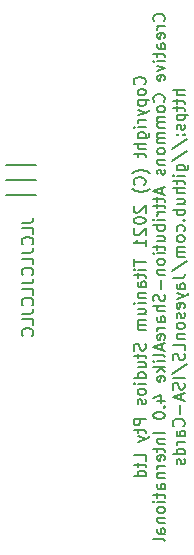
<source format=gbo>
%TF.GenerationSoftware,KiCad,Pcbnew,(5.1.9)-1*%
%TF.CreationDate,2021-08-19T10:25:23+08:00*%
%TF.ProjectId,EX-HX-Combo-Backplate,45582d48-582d-4436-9f6d-626f2d426163,rev?*%
%TF.SameCoordinates,Original*%
%TF.FileFunction,Legend,Bot*%
%TF.FilePolarity,Positive*%
%FSLAX46Y46*%
G04 Gerber Fmt 4.6, Leading zero omitted, Abs format (unit mm)*
G04 Created by KiCad (PCBNEW (5.1.9)-1) date 2021-08-19 10:25:23*
%MOMM*%
%LPD*%
G01*
G04 APERTURE LIST*
%ADD10C,0.150000*%
G04 APERTURE END LIST*
D10*
X254087380Y-72215952D02*
X254801666Y-72215952D01*
X254944523Y-72168333D01*
X255039761Y-72073095D01*
X255087380Y-71930238D01*
X255087380Y-71835000D01*
X255087380Y-73168333D02*
X255087380Y-72692142D01*
X254087380Y-72692142D01*
X254992142Y-74073095D02*
X255039761Y-74025476D01*
X255087380Y-73882619D01*
X255087380Y-73787380D01*
X255039761Y-73644523D01*
X254944523Y-73549285D01*
X254849285Y-73501666D01*
X254658809Y-73454047D01*
X254515952Y-73454047D01*
X254325476Y-73501666D01*
X254230238Y-73549285D01*
X254135000Y-73644523D01*
X254087380Y-73787380D01*
X254087380Y-73882619D01*
X254135000Y-74025476D01*
X254182619Y-74073095D01*
X254087380Y-74787380D02*
X254801666Y-74787380D01*
X254944523Y-74739761D01*
X255039761Y-74644523D01*
X255087380Y-74501666D01*
X255087380Y-74406428D01*
X255087380Y-75739761D02*
X255087380Y-75263571D01*
X254087380Y-75263571D01*
X254992142Y-76644523D02*
X255039761Y-76596904D01*
X255087380Y-76454047D01*
X255087380Y-76358809D01*
X255039761Y-76215952D01*
X254944523Y-76120714D01*
X254849285Y-76073095D01*
X254658809Y-76025476D01*
X254515952Y-76025476D01*
X254325476Y-76073095D01*
X254230238Y-76120714D01*
X254135000Y-76215952D01*
X254087380Y-76358809D01*
X254087380Y-76454047D01*
X254135000Y-76596904D01*
X254182619Y-76644523D01*
X254087380Y-77358809D02*
X254801666Y-77358809D01*
X254944523Y-77311190D01*
X255039761Y-77215952D01*
X255087380Y-77073095D01*
X255087380Y-76977857D01*
X255087380Y-78311190D02*
X255087380Y-77835000D01*
X254087380Y-77835000D01*
X254992142Y-79215952D02*
X255039761Y-79168333D01*
X255087380Y-79025476D01*
X255087380Y-78930238D01*
X255039761Y-78787380D01*
X254944523Y-78692142D01*
X254849285Y-78644523D01*
X254658809Y-78596904D01*
X254515952Y-78596904D01*
X254325476Y-78644523D01*
X254230238Y-78692142D01*
X254135000Y-78787380D01*
X254087380Y-78930238D01*
X254087380Y-79025476D01*
X254135000Y-79168333D01*
X254182619Y-79215952D01*
X254087380Y-79930238D02*
X254801666Y-79930238D01*
X254944523Y-79882619D01*
X255039761Y-79787380D01*
X255087380Y-79644523D01*
X255087380Y-79549285D01*
X255087380Y-80882619D02*
X255087380Y-80406428D01*
X254087380Y-80406428D01*
X254992142Y-81787380D02*
X255039761Y-81739761D01*
X255087380Y-81596904D01*
X255087380Y-81501666D01*
X255039761Y-81358809D01*
X254944523Y-81263571D01*
X254849285Y-81215952D01*
X254658809Y-81168333D01*
X254515952Y-81168333D01*
X254325476Y-81215952D01*
X254230238Y-81263571D01*
X254135000Y-81358809D01*
X254087380Y-81501666D01*
X254087380Y-81596904D01*
X254135000Y-81739761D01*
X254182619Y-81787380D01*
X264492142Y-60525476D02*
X264539761Y-60477857D01*
X264587380Y-60335000D01*
X264587380Y-60239761D01*
X264539761Y-60096904D01*
X264444523Y-60001666D01*
X264349285Y-59954047D01*
X264158809Y-59906428D01*
X264015952Y-59906428D01*
X263825476Y-59954047D01*
X263730238Y-60001666D01*
X263635000Y-60096904D01*
X263587380Y-60239761D01*
X263587380Y-60335000D01*
X263635000Y-60477857D01*
X263682619Y-60525476D01*
X264587380Y-61096904D02*
X264539761Y-61001666D01*
X264492142Y-60954047D01*
X264396904Y-60906428D01*
X264111190Y-60906428D01*
X264015952Y-60954047D01*
X263968333Y-61001666D01*
X263920714Y-61096904D01*
X263920714Y-61239761D01*
X263968333Y-61335000D01*
X264015952Y-61382619D01*
X264111190Y-61430238D01*
X264396904Y-61430238D01*
X264492142Y-61382619D01*
X264539761Y-61335000D01*
X264587380Y-61239761D01*
X264587380Y-61096904D01*
X263920714Y-61858809D02*
X264920714Y-61858809D01*
X263968333Y-61858809D02*
X263920714Y-61954047D01*
X263920714Y-62144523D01*
X263968333Y-62239761D01*
X264015952Y-62287380D01*
X264111190Y-62335000D01*
X264396904Y-62335000D01*
X264492142Y-62287380D01*
X264539761Y-62239761D01*
X264587380Y-62144523D01*
X264587380Y-61954047D01*
X264539761Y-61858809D01*
X263920714Y-62668333D02*
X264587380Y-62906428D01*
X263920714Y-63144523D02*
X264587380Y-62906428D01*
X264825476Y-62811190D01*
X264873095Y-62763571D01*
X264920714Y-62668333D01*
X264587380Y-63525476D02*
X263920714Y-63525476D01*
X264111190Y-63525476D02*
X264015952Y-63573095D01*
X263968333Y-63620714D01*
X263920714Y-63715952D01*
X263920714Y-63811190D01*
X264587380Y-64144523D02*
X263920714Y-64144523D01*
X263587380Y-64144523D02*
X263635000Y-64096904D01*
X263682619Y-64144523D01*
X263635000Y-64192142D01*
X263587380Y-64144523D01*
X263682619Y-64144523D01*
X263920714Y-65049285D02*
X264730238Y-65049285D01*
X264825476Y-65001666D01*
X264873095Y-64954047D01*
X264920714Y-64858809D01*
X264920714Y-64715952D01*
X264873095Y-64620714D01*
X264539761Y-65049285D02*
X264587380Y-64954047D01*
X264587380Y-64763571D01*
X264539761Y-64668333D01*
X264492142Y-64620714D01*
X264396904Y-64573095D01*
X264111190Y-64573095D01*
X264015952Y-64620714D01*
X263968333Y-64668333D01*
X263920714Y-64763571D01*
X263920714Y-64954047D01*
X263968333Y-65049285D01*
X264587380Y-65525476D02*
X263587380Y-65525476D01*
X264587380Y-65954047D02*
X264063571Y-65954047D01*
X263968333Y-65906428D01*
X263920714Y-65811190D01*
X263920714Y-65668333D01*
X263968333Y-65573095D01*
X264015952Y-65525476D01*
X263920714Y-66287380D02*
X263920714Y-66668333D01*
X263587380Y-66430238D02*
X264444523Y-66430238D01*
X264539761Y-66477857D01*
X264587380Y-66573095D01*
X264587380Y-66668333D01*
X264968333Y-68049285D02*
X264920714Y-68001666D01*
X264777857Y-67906428D01*
X264682619Y-67858809D01*
X264539761Y-67811190D01*
X264301666Y-67763571D01*
X264111190Y-67763571D01*
X263873095Y-67811190D01*
X263730238Y-67858809D01*
X263635000Y-67906428D01*
X263492142Y-68001666D01*
X263444523Y-68049285D01*
X264492142Y-69001666D02*
X264539761Y-68954047D01*
X264587380Y-68811190D01*
X264587380Y-68715952D01*
X264539761Y-68573095D01*
X264444523Y-68477857D01*
X264349285Y-68430238D01*
X264158809Y-68382619D01*
X264015952Y-68382619D01*
X263825476Y-68430238D01*
X263730238Y-68477857D01*
X263635000Y-68573095D01*
X263587380Y-68715952D01*
X263587380Y-68811190D01*
X263635000Y-68954047D01*
X263682619Y-69001666D01*
X264968333Y-69335000D02*
X264920714Y-69382619D01*
X264777857Y-69477857D01*
X264682619Y-69525476D01*
X264539761Y-69573095D01*
X264301666Y-69620714D01*
X264111190Y-69620714D01*
X263873095Y-69573095D01*
X263730238Y-69525476D01*
X263635000Y-69477857D01*
X263492142Y-69382619D01*
X263444523Y-69335000D01*
X263682619Y-70811190D02*
X263635000Y-70858809D01*
X263587380Y-70954047D01*
X263587380Y-71192142D01*
X263635000Y-71287380D01*
X263682619Y-71335000D01*
X263777857Y-71382619D01*
X263873095Y-71382619D01*
X264015952Y-71335000D01*
X264587380Y-70763571D01*
X264587380Y-71382619D01*
X263587380Y-72001666D02*
X263587380Y-72096904D01*
X263635000Y-72192142D01*
X263682619Y-72239761D01*
X263777857Y-72287380D01*
X263968333Y-72335000D01*
X264206428Y-72335000D01*
X264396904Y-72287380D01*
X264492142Y-72239761D01*
X264539761Y-72192142D01*
X264587380Y-72096904D01*
X264587380Y-72001666D01*
X264539761Y-71906428D01*
X264492142Y-71858809D01*
X264396904Y-71811190D01*
X264206428Y-71763571D01*
X263968333Y-71763571D01*
X263777857Y-71811190D01*
X263682619Y-71858809D01*
X263635000Y-71906428D01*
X263587380Y-72001666D01*
X263682619Y-72715952D02*
X263635000Y-72763571D01*
X263587380Y-72858809D01*
X263587380Y-73096904D01*
X263635000Y-73192142D01*
X263682619Y-73239761D01*
X263777857Y-73287380D01*
X263873095Y-73287380D01*
X264015952Y-73239761D01*
X264587380Y-72668333D01*
X264587380Y-73287380D01*
X264587380Y-74239761D02*
X264587380Y-73668333D01*
X264587380Y-73954047D02*
X263587380Y-73954047D01*
X263730238Y-73858809D01*
X263825476Y-73763571D01*
X263873095Y-73668333D01*
X263587380Y-75287380D02*
X263587380Y-75858809D01*
X264587380Y-75573095D02*
X263587380Y-75573095D01*
X264587380Y-76192142D02*
X263920714Y-76192142D01*
X263587380Y-76192142D02*
X263635000Y-76144523D01*
X263682619Y-76192142D01*
X263635000Y-76239761D01*
X263587380Y-76192142D01*
X263682619Y-76192142D01*
X263920714Y-76525476D02*
X263920714Y-76906428D01*
X263587380Y-76668333D02*
X264444523Y-76668333D01*
X264539761Y-76715952D01*
X264587380Y-76811190D01*
X264587380Y-76906428D01*
X264587380Y-77668333D02*
X264063571Y-77668333D01*
X263968333Y-77620714D01*
X263920714Y-77525476D01*
X263920714Y-77334999D01*
X263968333Y-77239761D01*
X264539761Y-77668333D02*
X264587380Y-77573095D01*
X264587380Y-77334999D01*
X264539761Y-77239761D01*
X264444523Y-77192142D01*
X264349285Y-77192142D01*
X264254047Y-77239761D01*
X264206428Y-77334999D01*
X264206428Y-77573095D01*
X264158809Y-77668333D01*
X263920714Y-78144523D02*
X264587380Y-78144523D01*
X264015952Y-78144523D02*
X263968333Y-78192142D01*
X263920714Y-78287380D01*
X263920714Y-78430238D01*
X263968333Y-78525476D01*
X264063571Y-78573095D01*
X264587380Y-78573095D01*
X264587380Y-79049285D02*
X263920714Y-79049285D01*
X263587380Y-79049285D02*
X263635000Y-79001666D01*
X263682619Y-79049285D01*
X263635000Y-79096904D01*
X263587380Y-79049285D01*
X263682619Y-79049285D01*
X263920714Y-79954047D02*
X264587380Y-79954047D01*
X263920714Y-79525476D02*
X264444523Y-79525476D01*
X264539761Y-79573095D01*
X264587380Y-79668333D01*
X264587380Y-79811190D01*
X264539761Y-79906428D01*
X264492142Y-79954047D01*
X264587380Y-80430238D02*
X263920714Y-80430238D01*
X264015952Y-80430238D02*
X263968333Y-80477857D01*
X263920714Y-80573095D01*
X263920714Y-80715952D01*
X263968333Y-80811190D01*
X264063571Y-80858809D01*
X264587380Y-80858809D01*
X264063571Y-80858809D02*
X263968333Y-80906428D01*
X263920714Y-81001666D01*
X263920714Y-81144523D01*
X263968333Y-81239761D01*
X264063571Y-81287380D01*
X264587380Y-81287380D01*
X264539761Y-82477857D02*
X264587380Y-82620714D01*
X264587380Y-82858809D01*
X264539761Y-82954047D01*
X264492142Y-83001666D01*
X264396904Y-83049285D01*
X264301666Y-83049285D01*
X264206428Y-83001666D01*
X264158809Y-82954047D01*
X264111190Y-82858809D01*
X264063571Y-82668333D01*
X264015952Y-82573095D01*
X263968333Y-82525476D01*
X263873095Y-82477857D01*
X263777857Y-82477857D01*
X263682619Y-82525476D01*
X263635000Y-82573095D01*
X263587380Y-82668333D01*
X263587380Y-82906428D01*
X263635000Y-83049285D01*
X263920714Y-83334999D02*
X263920714Y-83715952D01*
X263587380Y-83477857D02*
X264444523Y-83477857D01*
X264539761Y-83525476D01*
X264587380Y-83620714D01*
X264587380Y-83715952D01*
X263920714Y-84477857D02*
X264587380Y-84477857D01*
X263920714Y-84049285D02*
X264444523Y-84049285D01*
X264539761Y-84096904D01*
X264587380Y-84192142D01*
X264587380Y-84334999D01*
X264539761Y-84430238D01*
X264492142Y-84477857D01*
X264587380Y-85382619D02*
X263587380Y-85382619D01*
X264539761Y-85382619D02*
X264587380Y-85287380D01*
X264587380Y-85096904D01*
X264539761Y-85001666D01*
X264492142Y-84954047D01*
X264396904Y-84906428D01*
X264111190Y-84906428D01*
X264015952Y-84954047D01*
X263968333Y-85001666D01*
X263920714Y-85096904D01*
X263920714Y-85287380D01*
X263968333Y-85382619D01*
X264587380Y-85858809D02*
X263920714Y-85858809D01*
X263587380Y-85858809D02*
X263635000Y-85811190D01*
X263682619Y-85858809D01*
X263635000Y-85906428D01*
X263587380Y-85858809D01*
X263682619Y-85858809D01*
X264587380Y-86477857D02*
X264539761Y-86382619D01*
X264492142Y-86334999D01*
X264396904Y-86287380D01*
X264111190Y-86287380D01*
X264015952Y-86334999D01*
X263968333Y-86382619D01*
X263920714Y-86477857D01*
X263920714Y-86620714D01*
X263968333Y-86715952D01*
X264015952Y-86763571D01*
X264111190Y-86811190D01*
X264396904Y-86811190D01*
X264492142Y-86763571D01*
X264539761Y-86715952D01*
X264587380Y-86620714D01*
X264587380Y-86477857D01*
X264539761Y-87192142D02*
X264587380Y-87287380D01*
X264587380Y-87477857D01*
X264539761Y-87573095D01*
X264444523Y-87620714D01*
X264396904Y-87620714D01*
X264301666Y-87573095D01*
X264254047Y-87477857D01*
X264254047Y-87334999D01*
X264206428Y-87239761D01*
X264111190Y-87192142D01*
X264063571Y-87192142D01*
X263968333Y-87239761D01*
X263920714Y-87334999D01*
X263920714Y-87477857D01*
X263968333Y-87573095D01*
X264587380Y-88811190D02*
X263587380Y-88811190D01*
X263587380Y-89192142D01*
X263635000Y-89287380D01*
X263682619Y-89334999D01*
X263777857Y-89382619D01*
X263920714Y-89382619D01*
X264015952Y-89334999D01*
X264063571Y-89287380D01*
X264111190Y-89192142D01*
X264111190Y-88811190D01*
X263920714Y-89668333D02*
X263920714Y-90049285D01*
X263587380Y-89811190D02*
X264444523Y-89811190D01*
X264539761Y-89858809D01*
X264587380Y-89954047D01*
X264587380Y-90049285D01*
X263920714Y-90287380D02*
X264587380Y-90525476D01*
X263920714Y-90763571D02*
X264587380Y-90525476D01*
X264825476Y-90430238D01*
X264873095Y-90382619D01*
X264920714Y-90287380D01*
X264587380Y-92382619D02*
X264587380Y-91906428D01*
X263587380Y-91906428D01*
X263920714Y-92573095D02*
X263920714Y-92954047D01*
X263587380Y-92715952D02*
X264444523Y-92715952D01*
X264539761Y-92763571D01*
X264587380Y-92858809D01*
X264587380Y-92954047D01*
X264587380Y-93715952D02*
X263587380Y-93715952D01*
X264539761Y-93715952D02*
X264587380Y-93620714D01*
X264587380Y-93430238D01*
X264539761Y-93334999D01*
X264492142Y-93287380D01*
X264396904Y-93239761D01*
X264111190Y-93239761D01*
X264015952Y-93287380D01*
X263968333Y-93334999D01*
X263920714Y-93430238D01*
X263920714Y-93620714D01*
X263968333Y-93715952D01*
X266142142Y-55168333D02*
X266189761Y-55120714D01*
X266237380Y-54977857D01*
X266237380Y-54882619D01*
X266189761Y-54739761D01*
X266094523Y-54644523D01*
X265999285Y-54596904D01*
X265808809Y-54549285D01*
X265665952Y-54549285D01*
X265475476Y-54596904D01*
X265380238Y-54644523D01*
X265285000Y-54739761D01*
X265237380Y-54882619D01*
X265237380Y-54977857D01*
X265285000Y-55120714D01*
X265332619Y-55168333D01*
X266237380Y-55596904D02*
X265570714Y-55596904D01*
X265761190Y-55596904D02*
X265665952Y-55644523D01*
X265618333Y-55692142D01*
X265570714Y-55787380D01*
X265570714Y-55882619D01*
X266189761Y-56596904D02*
X266237380Y-56501666D01*
X266237380Y-56311190D01*
X266189761Y-56215952D01*
X266094523Y-56168333D01*
X265713571Y-56168333D01*
X265618333Y-56215952D01*
X265570714Y-56311190D01*
X265570714Y-56501666D01*
X265618333Y-56596904D01*
X265713571Y-56644523D01*
X265808809Y-56644523D01*
X265904047Y-56168333D01*
X266237380Y-57501666D02*
X265713571Y-57501666D01*
X265618333Y-57454047D01*
X265570714Y-57358809D01*
X265570714Y-57168333D01*
X265618333Y-57073095D01*
X266189761Y-57501666D02*
X266237380Y-57406428D01*
X266237380Y-57168333D01*
X266189761Y-57073095D01*
X266094523Y-57025476D01*
X265999285Y-57025476D01*
X265904047Y-57073095D01*
X265856428Y-57168333D01*
X265856428Y-57406428D01*
X265808809Y-57501666D01*
X265570714Y-57835000D02*
X265570714Y-58215952D01*
X265237380Y-57977857D02*
X266094523Y-57977857D01*
X266189761Y-58025476D01*
X266237380Y-58120714D01*
X266237380Y-58215952D01*
X266237380Y-58549285D02*
X265570714Y-58549285D01*
X265237380Y-58549285D02*
X265285000Y-58501666D01*
X265332619Y-58549285D01*
X265285000Y-58596904D01*
X265237380Y-58549285D01*
X265332619Y-58549285D01*
X265570714Y-58930238D02*
X266237380Y-59168333D01*
X265570714Y-59406428D01*
X266189761Y-60168333D02*
X266237380Y-60073095D01*
X266237380Y-59882619D01*
X266189761Y-59787380D01*
X266094523Y-59739761D01*
X265713571Y-59739761D01*
X265618333Y-59787380D01*
X265570714Y-59882619D01*
X265570714Y-60073095D01*
X265618333Y-60168333D01*
X265713571Y-60215952D01*
X265808809Y-60215952D01*
X265904047Y-59739761D01*
X266142142Y-61977857D02*
X266189761Y-61930238D01*
X266237380Y-61787380D01*
X266237380Y-61692142D01*
X266189761Y-61549285D01*
X266094523Y-61454047D01*
X265999285Y-61406428D01*
X265808809Y-61358809D01*
X265665952Y-61358809D01*
X265475476Y-61406428D01*
X265380238Y-61454047D01*
X265285000Y-61549285D01*
X265237380Y-61692142D01*
X265237380Y-61787380D01*
X265285000Y-61930238D01*
X265332619Y-61977857D01*
X266237380Y-62549285D02*
X266189761Y-62454047D01*
X266142142Y-62406428D01*
X266046904Y-62358809D01*
X265761190Y-62358809D01*
X265665952Y-62406428D01*
X265618333Y-62454047D01*
X265570714Y-62549285D01*
X265570714Y-62692142D01*
X265618333Y-62787380D01*
X265665952Y-62835000D01*
X265761190Y-62882619D01*
X266046904Y-62882619D01*
X266142142Y-62835000D01*
X266189761Y-62787380D01*
X266237380Y-62692142D01*
X266237380Y-62549285D01*
X266237380Y-63311190D02*
X265570714Y-63311190D01*
X265665952Y-63311190D02*
X265618333Y-63358809D01*
X265570714Y-63454047D01*
X265570714Y-63596904D01*
X265618333Y-63692142D01*
X265713571Y-63739761D01*
X266237380Y-63739761D01*
X265713571Y-63739761D02*
X265618333Y-63787380D01*
X265570714Y-63882619D01*
X265570714Y-64025476D01*
X265618333Y-64120714D01*
X265713571Y-64168333D01*
X266237380Y-64168333D01*
X266237380Y-64644523D02*
X265570714Y-64644523D01*
X265665952Y-64644523D02*
X265618333Y-64692142D01*
X265570714Y-64787380D01*
X265570714Y-64930238D01*
X265618333Y-65025476D01*
X265713571Y-65073095D01*
X266237380Y-65073095D01*
X265713571Y-65073095D02*
X265618333Y-65120714D01*
X265570714Y-65215952D01*
X265570714Y-65358809D01*
X265618333Y-65454047D01*
X265713571Y-65501666D01*
X266237380Y-65501666D01*
X266237380Y-66120714D02*
X266189761Y-66025476D01*
X266142142Y-65977857D01*
X266046904Y-65930238D01*
X265761190Y-65930238D01*
X265665952Y-65977857D01*
X265618333Y-66025476D01*
X265570714Y-66120714D01*
X265570714Y-66263571D01*
X265618333Y-66358809D01*
X265665952Y-66406428D01*
X265761190Y-66454047D01*
X266046904Y-66454047D01*
X266142142Y-66406428D01*
X266189761Y-66358809D01*
X266237380Y-66263571D01*
X266237380Y-66120714D01*
X265570714Y-66882619D02*
X266237380Y-66882619D01*
X265665952Y-66882619D02*
X265618333Y-66930238D01*
X265570714Y-67025476D01*
X265570714Y-67168333D01*
X265618333Y-67263571D01*
X265713571Y-67311190D01*
X266237380Y-67311190D01*
X266189761Y-67739761D02*
X266237380Y-67835000D01*
X266237380Y-68025476D01*
X266189761Y-68120714D01*
X266094523Y-68168333D01*
X266046904Y-68168333D01*
X265951666Y-68120714D01*
X265904047Y-68025476D01*
X265904047Y-67882619D01*
X265856428Y-67787380D01*
X265761190Y-67739761D01*
X265713571Y-67739761D01*
X265618333Y-67787380D01*
X265570714Y-67882619D01*
X265570714Y-68025476D01*
X265618333Y-68120714D01*
X265951666Y-69311190D02*
X265951666Y-69787380D01*
X266237380Y-69215952D02*
X265237380Y-69549285D01*
X266237380Y-69882619D01*
X265570714Y-70073095D02*
X265570714Y-70454047D01*
X265237380Y-70215952D02*
X266094523Y-70215952D01*
X266189761Y-70263571D01*
X266237380Y-70358809D01*
X266237380Y-70454047D01*
X265570714Y-70644523D02*
X265570714Y-71025476D01*
X265237380Y-70787380D02*
X266094523Y-70787380D01*
X266189761Y-70835000D01*
X266237380Y-70930238D01*
X266237380Y-71025476D01*
X266237380Y-71358809D02*
X265570714Y-71358809D01*
X265761190Y-71358809D02*
X265665952Y-71406428D01*
X265618333Y-71454047D01*
X265570714Y-71549285D01*
X265570714Y-71644523D01*
X266237380Y-71977857D02*
X265570714Y-71977857D01*
X265237380Y-71977857D02*
X265285000Y-71930238D01*
X265332619Y-71977857D01*
X265285000Y-72025476D01*
X265237380Y-71977857D01*
X265332619Y-71977857D01*
X266237380Y-72454047D02*
X265237380Y-72454047D01*
X265618333Y-72454047D02*
X265570714Y-72549285D01*
X265570714Y-72739761D01*
X265618333Y-72835000D01*
X265665952Y-72882619D01*
X265761190Y-72930238D01*
X266046904Y-72930238D01*
X266142142Y-72882619D01*
X266189761Y-72835000D01*
X266237380Y-72739761D01*
X266237380Y-72549285D01*
X266189761Y-72454047D01*
X265570714Y-73787380D02*
X266237380Y-73787380D01*
X265570714Y-73358809D02*
X266094523Y-73358809D01*
X266189761Y-73406428D01*
X266237380Y-73501666D01*
X266237380Y-73644523D01*
X266189761Y-73739761D01*
X266142142Y-73787380D01*
X265570714Y-74120714D02*
X265570714Y-74501666D01*
X265237380Y-74263571D02*
X266094523Y-74263571D01*
X266189761Y-74311190D01*
X266237380Y-74406428D01*
X266237380Y-74501666D01*
X266237380Y-74835000D02*
X265570714Y-74835000D01*
X265237380Y-74835000D02*
X265285000Y-74787380D01*
X265332619Y-74835000D01*
X265285000Y-74882619D01*
X265237380Y-74835000D01*
X265332619Y-74835000D01*
X266237380Y-75454047D02*
X266189761Y-75358809D01*
X266142142Y-75311190D01*
X266046904Y-75263571D01*
X265761190Y-75263571D01*
X265665952Y-75311190D01*
X265618333Y-75358809D01*
X265570714Y-75454047D01*
X265570714Y-75596904D01*
X265618333Y-75692142D01*
X265665952Y-75739761D01*
X265761190Y-75787380D01*
X266046904Y-75787380D01*
X266142142Y-75739761D01*
X266189761Y-75692142D01*
X266237380Y-75596904D01*
X266237380Y-75454047D01*
X265570714Y-76215952D02*
X266237380Y-76215952D01*
X265665952Y-76215952D02*
X265618333Y-76263571D01*
X265570714Y-76358809D01*
X265570714Y-76501666D01*
X265618333Y-76596904D01*
X265713571Y-76644523D01*
X266237380Y-76644523D01*
X265856428Y-77120714D02*
X265856428Y-77882619D01*
X266189761Y-78311190D02*
X266237380Y-78454047D01*
X266237380Y-78692142D01*
X266189761Y-78787380D01*
X266142142Y-78835000D01*
X266046904Y-78882619D01*
X265951666Y-78882619D01*
X265856428Y-78835000D01*
X265808809Y-78787380D01*
X265761190Y-78692142D01*
X265713571Y-78501666D01*
X265665952Y-78406428D01*
X265618333Y-78358809D01*
X265523095Y-78311190D01*
X265427857Y-78311190D01*
X265332619Y-78358809D01*
X265285000Y-78406428D01*
X265237380Y-78501666D01*
X265237380Y-78739761D01*
X265285000Y-78882619D01*
X266237380Y-79311190D02*
X265237380Y-79311190D01*
X266237380Y-79739761D02*
X265713571Y-79739761D01*
X265618333Y-79692142D01*
X265570714Y-79596904D01*
X265570714Y-79454047D01*
X265618333Y-79358809D01*
X265665952Y-79311190D01*
X266237380Y-80644523D02*
X265713571Y-80644523D01*
X265618333Y-80596904D01*
X265570714Y-80501666D01*
X265570714Y-80311190D01*
X265618333Y-80215952D01*
X266189761Y-80644523D02*
X266237380Y-80549285D01*
X266237380Y-80311190D01*
X266189761Y-80215952D01*
X266094523Y-80168333D01*
X265999285Y-80168333D01*
X265904047Y-80215952D01*
X265856428Y-80311190D01*
X265856428Y-80549285D01*
X265808809Y-80644523D01*
X266237380Y-81120714D02*
X265570714Y-81120714D01*
X265761190Y-81120714D02*
X265665952Y-81168333D01*
X265618333Y-81215952D01*
X265570714Y-81311190D01*
X265570714Y-81406428D01*
X266189761Y-82120714D02*
X266237380Y-82025476D01*
X266237380Y-81835000D01*
X266189761Y-81739761D01*
X266094523Y-81692142D01*
X265713571Y-81692142D01*
X265618333Y-81739761D01*
X265570714Y-81835000D01*
X265570714Y-82025476D01*
X265618333Y-82120714D01*
X265713571Y-82168333D01*
X265808809Y-82168333D01*
X265904047Y-81692142D01*
X265951666Y-82549285D02*
X265951666Y-83025476D01*
X266237380Y-82454047D02*
X265237380Y-82787380D01*
X266237380Y-83120714D01*
X266237380Y-83596904D02*
X266189761Y-83501666D01*
X266094523Y-83454047D01*
X265237380Y-83454047D01*
X266237380Y-83977857D02*
X265570714Y-83977857D01*
X265237380Y-83977857D02*
X265285000Y-83930238D01*
X265332619Y-83977857D01*
X265285000Y-84025476D01*
X265237380Y-83977857D01*
X265332619Y-83977857D01*
X266237380Y-84454047D02*
X265237380Y-84454047D01*
X265856428Y-84549285D02*
X266237380Y-84835000D01*
X265570714Y-84835000D02*
X265951666Y-84454047D01*
X266189761Y-85644523D02*
X266237380Y-85549285D01*
X266237380Y-85358809D01*
X266189761Y-85263571D01*
X266094523Y-85215952D01*
X265713571Y-85215952D01*
X265618333Y-85263571D01*
X265570714Y-85358809D01*
X265570714Y-85549285D01*
X265618333Y-85644523D01*
X265713571Y-85692142D01*
X265808809Y-85692142D01*
X265904047Y-85215952D01*
X265570714Y-87311190D02*
X266237380Y-87311190D01*
X265189761Y-87073095D02*
X265904047Y-86835000D01*
X265904047Y-87454047D01*
X266142142Y-87835000D02*
X266189761Y-87882619D01*
X266237380Y-87835000D01*
X266189761Y-87787380D01*
X266142142Y-87835000D01*
X266237380Y-87835000D01*
X265237380Y-88501666D02*
X265237380Y-88596904D01*
X265285000Y-88692142D01*
X265332619Y-88739761D01*
X265427857Y-88787380D01*
X265618333Y-88835000D01*
X265856428Y-88835000D01*
X266046904Y-88787380D01*
X266142142Y-88739761D01*
X266189761Y-88692142D01*
X266237380Y-88596904D01*
X266237380Y-88501666D01*
X266189761Y-88406428D01*
X266142142Y-88358809D01*
X266046904Y-88311190D01*
X265856428Y-88263571D01*
X265618333Y-88263571D01*
X265427857Y-88311190D01*
X265332619Y-88358809D01*
X265285000Y-88406428D01*
X265237380Y-88501666D01*
X266237380Y-90025476D02*
X265237380Y-90025476D01*
X265570714Y-90501666D02*
X266237380Y-90501666D01*
X265665952Y-90501666D02*
X265618333Y-90549285D01*
X265570714Y-90644523D01*
X265570714Y-90787380D01*
X265618333Y-90882619D01*
X265713571Y-90930238D01*
X266237380Y-90930238D01*
X265570714Y-91263571D02*
X265570714Y-91644523D01*
X265237380Y-91406428D02*
X266094523Y-91406428D01*
X266189761Y-91454047D01*
X266237380Y-91549285D01*
X266237380Y-91644523D01*
X266189761Y-92358809D02*
X266237380Y-92263571D01*
X266237380Y-92073095D01*
X266189761Y-91977857D01*
X266094523Y-91930238D01*
X265713571Y-91930238D01*
X265618333Y-91977857D01*
X265570714Y-92073095D01*
X265570714Y-92263571D01*
X265618333Y-92358809D01*
X265713571Y-92406428D01*
X265808809Y-92406428D01*
X265904047Y-91930238D01*
X266237380Y-92835000D02*
X265570714Y-92835000D01*
X265761190Y-92835000D02*
X265665952Y-92882619D01*
X265618333Y-92930238D01*
X265570714Y-93025476D01*
X265570714Y-93120714D01*
X265570714Y-93454047D02*
X266237380Y-93454047D01*
X265665952Y-93454047D02*
X265618333Y-93501666D01*
X265570714Y-93596904D01*
X265570714Y-93739761D01*
X265618333Y-93835000D01*
X265713571Y-93882619D01*
X266237380Y-93882619D01*
X266237380Y-94787380D02*
X265713571Y-94787380D01*
X265618333Y-94739761D01*
X265570714Y-94644523D01*
X265570714Y-94454047D01*
X265618333Y-94358809D01*
X266189761Y-94787380D02*
X266237380Y-94692142D01*
X266237380Y-94454047D01*
X266189761Y-94358809D01*
X266094523Y-94311190D01*
X265999285Y-94311190D01*
X265904047Y-94358809D01*
X265856428Y-94454047D01*
X265856428Y-94692142D01*
X265808809Y-94787380D01*
X265570714Y-95120714D02*
X265570714Y-95501666D01*
X265237380Y-95263571D02*
X266094523Y-95263571D01*
X266189761Y-95311190D01*
X266237380Y-95406428D01*
X266237380Y-95501666D01*
X266237380Y-95835000D02*
X265570714Y-95835000D01*
X265237380Y-95835000D02*
X265285000Y-95787380D01*
X265332619Y-95835000D01*
X265285000Y-95882619D01*
X265237380Y-95835000D01*
X265332619Y-95835000D01*
X266237380Y-96454047D02*
X266189761Y-96358809D01*
X266142142Y-96311190D01*
X266046904Y-96263571D01*
X265761190Y-96263571D01*
X265665952Y-96311190D01*
X265618333Y-96358809D01*
X265570714Y-96454047D01*
X265570714Y-96596904D01*
X265618333Y-96692142D01*
X265665952Y-96739761D01*
X265761190Y-96787380D01*
X266046904Y-96787380D01*
X266142142Y-96739761D01*
X266189761Y-96692142D01*
X266237380Y-96596904D01*
X266237380Y-96454047D01*
X265570714Y-97215952D02*
X266237380Y-97215952D01*
X265665952Y-97215952D02*
X265618333Y-97263571D01*
X265570714Y-97358809D01*
X265570714Y-97501666D01*
X265618333Y-97596904D01*
X265713571Y-97644523D01*
X266237380Y-97644523D01*
X266237380Y-98549285D02*
X265713571Y-98549285D01*
X265618333Y-98501666D01*
X265570714Y-98406428D01*
X265570714Y-98215952D01*
X265618333Y-98120714D01*
X266189761Y-98549285D02*
X266237380Y-98454047D01*
X266237380Y-98215952D01*
X266189761Y-98120714D01*
X266094523Y-98073095D01*
X265999285Y-98073095D01*
X265904047Y-98120714D01*
X265856428Y-98215952D01*
X265856428Y-98454047D01*
X265808809Y-98549285D01*
X266237380Y-99168333D02*
X266189761Y-99073095D01*
X266094523Y-99025476D01*
X265237380Y-99025476D01*
X267887380Y-61025476D02*
X266887380Y-61025476D01*
X267887380Y-61454047D02*
X267363571Y-61454047D01*
X267268333Y-61406428D01*
X267220714Y-61311190D01*
X267220714Y-61168333D01*
X267268333Y-61073095D01*
X267315952Y-61025476D01*
X267220714Y-61787380D02*
X267220714Y-62168333D01*
X266887380Y-61930238D02*
X267744523Y-61930238D01*
X267839761Y-61977857D01*
X267887380Y-62073095D01*
X267887380Y-62168333D01*
X267220714Y-62358809D02*
X267220714Y-62739761D01*
X266887380Y-62501666D02*
X267744523Y-62501666D01*
X267839761Y-62549285D01*
X267887380Y-62644523D01*
X267887380Y-62739761D01*
X267220714Y-63073095D02*
X268220714Y-63073095D01*
X267268333Y-63073095D02*
X267220714Y-63168333D01*
X267220714Y-63358809D01*
X267268333Y-63454047D01*
X267315952Y-63501666D01*
X267411190Y-63549285D01*
X267696904Y-63549285D01*
X267792142Y-63501666D01*
X267839761Y-63454047D01*
X267887380Y-63358809D01*
X267887380Y-63168333D01*
X267839761Y-63073095D01*
X267839761Y-63930238D02*
X267887380Y-64025476D01*
X267887380Y-64215952D01*
X267839761Y-64311190D01*
X267744523Y-64358809D01*
X267696904Y-64358809D01*
X267601666Y-64311190D01*
X267554047Y-64215952D01*
X267554047Y-64073095D01*
X267506428Y-63977857D01*
X267411190Y-63930238D01*
X267363571Y-63930238D01*
X267268333Y-63977857D01*
X267220714Y-64073095D01*
X267220714Y-64215952D01*
X267268333Y-64311190D01*
X267792142Y-64787380D02*
X267839761Y-64835000D01*
X267887380Y-64787380D01*
X267839761Y-64739761D01*
X267792142Y-64787380D01*
X267887380Y-64787380D01*
X267268333Y-64787380D02*
X267315952Y-64835000D01*
X267363571Y-64787380D01*
X267315952Y-64739761D01*
X267268333Y-64787380D01*
X267363571Y-64787380D01*
X266839761Y-65977857D02*
X268125476Y-65120714D01*
X266839761Y-67025476D02*
X268125476Y-66168333D01*
X267220714Y-67787380D02*
X268030238Y-67787380D01*
X268125476Y-67739761D01*
X268173095Y-67692142D01*
X268220714Y-67596904D01*
X268220714Y-67454047D01*
X268173095Y-67358809D01*
X267839761Y-67787380D02*
X267887380Y-67692142D01*
X267887380Y-67501666D01*
X267839761Y-67406428D01*
X267792142Y-67358809D01*
X267696904Y-67311190D01*
X267411190Y-67311190D01*
X267315952Y-67358809D01*
X267268333Y-67406428D01*
X267220714Y-67501666D01*
X267220714Y-67692142D01*
X267268333Y-67787380D01*
X267887380Y-68263571D02*
X267220714Y-68263571D01*
X266887380Y-68263571D02*
X266935000Y-68215952D01*
X266982619Y-68263571D01*
X266935000Y-68311190D01*
X266887380Y-68263571D01*
X266982619Y-68263571D01*
X267220714Y-68596904D02*
X267220714Y-68977857D01*
X266887380Y-68739761D02*
X267744523Y-68739761D01*
X267839761Y-68787380D01*
X267887380Y-68882619D01*
X267887380Y-68977857D01*
X267887380Y-69311190D02*
X266887380Y-69311190D01*
X267887380Y-69739761D02*
X267363571Y-69739761D01*
X267268333Y-69692142D01*
X267220714Y-69596904D01*
X267220714Y-69454047D01*
X267268333Y-69358809D01*
X267315952Y-69311190D01*
X267220714Y-70644523D02*
X267887380Y-70644523D01*
X267220714Y-70215952D02*
X267744523Y-70215952D01*
X267839761Y-70263571D01*
X267887380Y-70358809D01*
X267887380Y-70501666D01*
X267839761Y-70596904D01*
X267792142Y-70644523D01*
X267887380Y-71120714D02*
X266887380Y-71120714D01*
X267268333Y-71120714D02*
X267220714Y-71215952D01*
X267220714Y-71406428D01*
X267268333Y-71501666D01*
X267315952Y-71549285D01*
X267411190Y-71596904D01*
X267696904Y-71596904D01*
X267792142Y-71549285D01*
X267839761Y-71501666D01*
X267887380Y-71406428D01*
X267887380Y-71215952D01*
X267839761Y-71120714D01*
X267792142Y-72025476D02*
X267839761Y-72073095D01*
X267887380Y-72025476D01*
X267839761Y-71977857D01*
X267792142Y-72025476D01*
X267887380Y-72025476D01*
X267839761Y-72930238D02*
X267887380Y-72835000D01*
X267887380Y-72644523D01*
X267839761Y-72549285D01*
X267792142Y-72501666D01*
X267696904Y-72454047D01*
X267411190Y-72454047D01*
X267315952Y-72501666D01*
X267268333Y-72549285D01*
X267220714Y-72644523D01*
X267220714Y-72835000D01*
X267268333Y-72930238D01*
X267887380Y-73501666D02*
X267839761Y-73406428D01*
X267792142Y-73358809D01*
X267696904Y-73311190D01*
X267411190Y-73311190D01*
X267315952Y-73358809D01*
X267268333Y-73406428D01*
X267220714Y-73501666D01*
X267220714Y-73644523D01*
X267268333Y-73739761D01*
X267315952Y-73787380D01*
X267411190Y-73835000D01*
X267696904Y-73835000D01*
X267792142Y-73787380D01*
X267839761Y-73739761D01*
X267887380Y-73644523D01*
X267887380Y-73501666D01*
X267887380Y-74263571D02*
X267220714Y-74263571D01*
X267315952Y-74263571D02*
X267268333Y-74311190D01*
X267220714Y-74406428D01*
X267220714Y-74549285D01*
X267268333Y-74644523D01*
X267363571Y-74692142D01*
X267887380Y-74692142D01*
X267363571Y-74692142D02*
X267268333Y-74739761D01*
X267220714Y-74835000D01*
X267220714Y-74977857D01*
X267268333Y-75073095D01*
X267363571Y-75120714D01*
X267887380Y-75120714D01*
X266839761Y-76311190D02*
X268125476Y-75454047D01*
X266887380Y-76930238D02*
X267601666Y-76930238D01*
X267744523Y-76882619D01*
X267839761Y-76787380D01*
X267887380Y-76644523D01*
X267887380Y-76549285D01*
X267887380Y-77834999D02*
X267363571Y-77834999D01*
X267268333Y-77787380D01*
X267220714Y-77692142D01*
X267220714Y-77501666D01*
X267268333Y-77406428D01*
X267839761Y-77834999D02*
X267887380Y-77739761D01*
X267887380Y-77501666D01*
X267839761Y-77406428D01*
X267744523Y-77358809D01*
X267649285Y-77358809D01*
X267554047Y-77406428D01*
X267506428Y-77501666D01*
X267506428Y-77739761D01*
X267458809Y-77834999D01*
X267220714Y-78215952D02*
X267887380Y-78454047D01*
X267220714Y-78692142D02*
X267887380Y-78454047D01*
X268125476Y-78358809D01*
X268173095Y-78311190D01*
X268220714Y-78215952D01*
X267839761Y-79454047D02*
X267887380Y-79358809D01*
X267887380Y-79168333D01*
X267839761Y-79073095D01*
X267744523Y-79025476D01*
X267363571Y-79025476D01*
X267268333Y-79073095D01*
X267220714Y-79168333D01*
X267220714Y-79358809D01*
X267268333Y-79454047D01*
X267363571Y-79501666D01*
X267458809Y-79501666D01*
X267554047Y-79025476D01*
X267839761Y-79882619D02*
X267887380Y-79977857D01*
X267887380Y-80168333D01*
X267839761Y-80263571D01*
X267744523Y-80311190D01*
X267696904Y-80311190D01*
X267601666Y-80263571D01*
X267554047Y-80168333D01*
X267554047Y-80025476D01*
X267506428Y-79930238D01*
X267411190Y-79882619D01*
X267363571Y-79882619D01*
X267268333Y-79930238D01*
X267220714Y-80025476D01*
X267220714Y-80168333D01*
X267268333Y-80263571D01*
X267887380Y-80882619D02*
X267839761Y-80787380D01*
X267792142Y-80739761D01*
X267696904Y-80692142D01*
X267411190Y-80692142D01*
X267315952Y-80739761D01*
X267268333Y-80787380D01*
X267220714Y-80882619D01*
X267220714Y-81025476D01*
X267268333Y-81120714D01*
X267315952Y-81168333D01*
X267411190Y-81215952D01*
X267696904Y-81215952D01*
X267792142Y-81168333D01*
X267839761Y-81120714D01*
X267887380Y-81025476D01*
X267887380Y-80882619D01*
X267220714Y-81644523D02*
X267887380Y-81644523D01*
X267315952Y-81644523D02*
X267268333Y-81692142D01*
X267220714Y-81787380D01*
X267220714Y-81930238D01*
X267268333Y-82025476D01*
X267363571Y-82073095D01*
X267887380Y-82073095D01*
X267887380Y-83025476D02*
X267887380Y-82549285D01*
X266887380Y-82549285D01*
X267839761Y-83311190D02*
X267887380Y-83454047D01*
X267887380Y-83692142D01*
X267839761Y-83787380D01*
X267792142Y-83834999D01*
X267696904Y-83882619D01*
X267601666Y-83882619D01*
X267506428Y-83834999D01*
X267458809Y-83787380D01*
X267411190Y-83692142D01*
X267363571Y-83501666D01*
X267315952Y-83406428D01*
X267268333Y-83358809D01*
X267173095Y-83311190D01*
X267077857Y-83311190D01*
X266982619Y-83358809D01*
X266935000Y-83406428D01*
X266887380Y-83501666D01*
X266887380Y-83739761D01*
X266935000Y-83882619D01*
X266839761Y-85025476D02*
X268125476Y-84168333D01*
X267887380Y-85358809D02*
X266887380Y-85358809D01*
X267839761Y-85787380D02*
X267887380Y-85930238D01*
X267887380Y-86168333D01*
X267839761Y-86263571D01*
X267792142Y-86311190D01*
X267696904Y-86358809D01*
X267601666Y-86358809D01*
X267506428Y-86311190D01*
X267458809Y-86263571D01*
X267411190Y-86168333D01*
X267363571Y-85977857D01*
X267315952Y-85882619D01*
X267268333Y-85834999D01*
X267173095Y-85787380D01*
X267077857Y-85787380D01*
X266982619Y-85834999D01*
X266935000Y-85882619D01*
X266887380Y-85977857D01*
X266887380Y-86215952D01*
X266935000Y-86358809D01*
X267601666Y-86739761D02*
X267601666Y-87215952D01*
X267887380Y-86644523D02*
X266887380Y-86977857D01*
X267887380Y-87311190D01*
X267506428Y-87644523D02*
X267506428Y-88406428D01*
X267792142Y-89454047D02*
X267839761Y-89406428D01*
X267887380Y-89263571D01*
X267887380Y-89168333D01*
X267839761Y-89025476D01*
X267744523Y-88930238D01*
X267649285Y-88882619D01*
X267458809Y-88834999D01*
X267315952Y-88834999D01*
X267125476Y-88882619D01*
X267030238Y-88930238D01*
X266935000Y-89025476D01*
X266887380Y-89168333D01*
X266887380Y-89263571D01*
X266935000Y-89406428D01*
X266982619Y-89454047D01*
X267887380Y-90311190D02*
X267363571Y-90311190D01*
X267268333Y-90263571D01*
X267220714Y-90168333D01*
X267220714Y-89977857D01*
X267268333Y-89882619D01*
X267839761Y-90311190D02*
X267887380Y-90215952D01*
X267887380Y-89977857D01*
X267839761Y-89882619D01*
X267744523Y-89834999D01*
X267649285Y-89834999D01*
X267554047Y-89882619D01*
X267506428Y-89977857D01*
X267506428Y-90215952D01*
X267458809Y-90311190D01*
X267887380Y-90787380D02*
X267220714Y-90787380D01*
X267411190Y-90787380D02*
X267315952Y-90834999D01*
X267268333Y-90882619D01*
X267220714Y-90977857D01*
X267220714Y-91073095D01*
X267887380Y-91834999D02*
X266887380Y-91834999D01*
X267839761Y-91834999D02*
X267887380Y-91739761D01*
X267887380Y-91549285D01*
X267839761Y-91454047D01*
X267792142Y-91406428D01*
X267696904Y-91358809D01*
X267411190Y-91358809D01*
X267315952Y-91406428D01*
X267268333Y-91454047D01*
X267220714Y-91549285D01*
X267220714Y-91739761D01*
X267268333Y-91834999D01*
X267839761Y-92263571D02*
X267887380Y-92358809D01*
X267887380Y-92549285D01*
X267839761Y-92644523D01*
X267744523Y-92692142D01*
X267696904Y-92692142D01*
X267601666Y-92644523D01*
X267554047Y-92549285D01*
X267554047Y-92406428D01*
X267506428Y-92311190D01*
X267411190Y-92263571D01*
X267363571Y-92263571D01*
X267268333Y-92311190D01*
X267220714Y-92406428D01*
X267220714Y-92549285D01*
X267268333Y-92644523D01*
X252730000Y-69850000D02*
X255270000Y-69850000D01*
X252730000Y-67310000D02*
X255270000Y-67310000D01*
X252730000Y-68580000D02*
X255270000Y-68580000D01*
M02*

</source>
